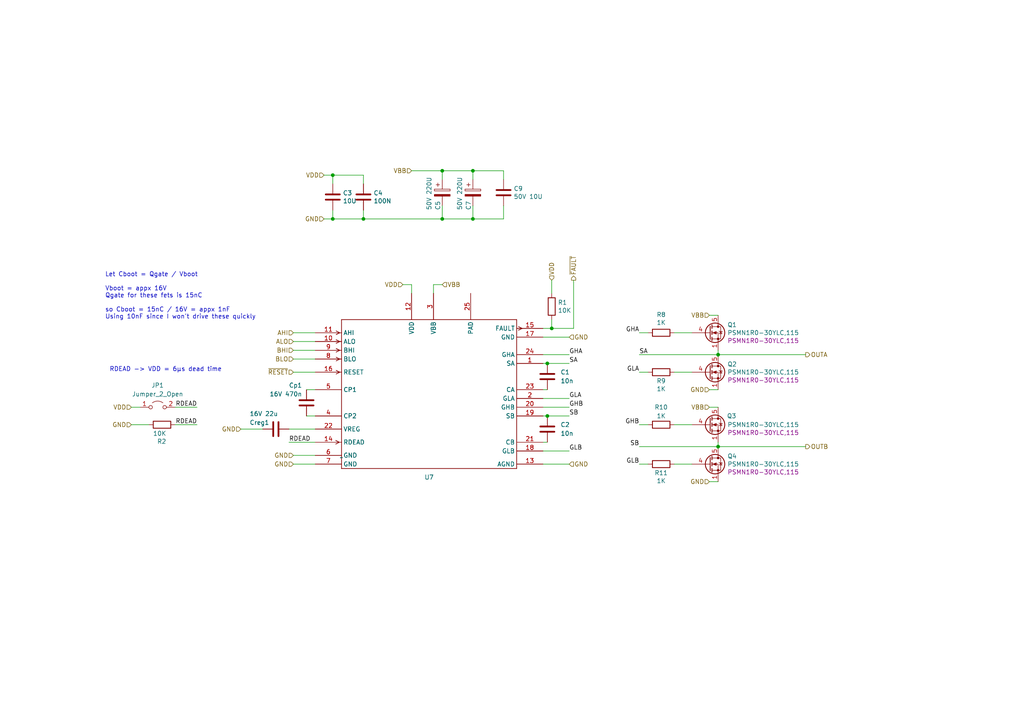
<source format=kicad_sch>
(kicad_sch (version 20230121) (generator eeschema)
  (paper "A4")
  (lib_symbols
    (symbol "DMATS_capstone:A4957"
      (property "Reference" "U" (at 1.27 45.085 0))
      (symbol "A4957_0_1"
        (polyline (pts (xy -0.635 7.62) (xy -1.6764 7.0993)) (stroke (width 0.2032)))
        (polyline (pts (xy -0.635 7.62) (xy -1.6764 8.1407)) (stroke (width 0.2032)))
        (polyline (pts (xy -0.5207 27.94) (xy -1.5621 27.4193)) (stroke (width 0.2032)))
        (polyline (pts (xy -0.5207 27.94) (xy -1.5621 28.4607)) (stroke (width 0.2032)))
        (polyline (pts (xy -0.5207 31.75) (xy -1.5621 31.2293)) (stroke (width 0.2032)))
        (polyline (pts (xy -0.5207 31.75) (xy -1.5621 32.2707)) (stroke (width 0.2032)))
        (polyline (pts (xy -0.5207 34.29) (xy -1.5621 33.7693)) (stroke (width 0.2032)))
        (polyline (pts (xy -0.5207 34.29) (xy -1.5621 34.8107)) (stroke (width 0.2032)))
        (polyline (pts (xy -0.5207 36.83) (xy -1.5621 36.3093)) (stroke (width 0.2032)))
        (polyline (pts (xy -0.5207 36.83) (xy -1.5621 37.3507)) (stroke (width 0.2032)))
        (polyline (pts (xy -0.5207 39.37) (xy -1.5621 38.8493)) (stroke (width 0.2032)))
        (polyline (pts (xy -0.5207 39.37) (xy -1.5621 39.8907)) (stroke (width 0.2032)))
        (polyline (pts (xy 0 0) (xy 50.8 0)) (stroke (width 0.2032)))
        (polyline (pts (xy 0 43.18) (xy 0 0)) (stroke (width 0.2032)))
        (polyline (pts (xy 50.8 0) (xy 50.8 43.18)) (stroke (width 0.2032)))
        (polyline (pts (xy 50.8 43.18) (xy 0 43.18)) (stroke (width 0.2032)))
        (polyline (pts (xy 51.3207 40.1193) (xy 52.3621 40.64)) (stroke (width 0.2032)))
        (polyline (pts (xy 51.3207 41.1607) (xy 52.3621 40.64)) (stroke (width 0.2032)))
        (pin unspecified line (at 58.42 30.48 180) (length 7.62) (name "SA") (number "1"))
        (pin input line (at -7.62 36.83 0) (length 7.62) (name "ALO") (number "10"))
        (pin power_in line (at 20.32 50.8 270) (length 7.62) (name "VDD") (number "12"))
        (pin power_in line (at 58.42 1.27 180) (length 7.62) (name "AGND") (number "13"))
        (pin input line (at -7.62 7.62 0) (length 7.62) (name "RDEAD") (number "14"))
        (pin output line (at 58.42 40.64 180) (length 7.62) (name "FAULT") (number "15"))
        (pin input line (at -7.62 27.94 0) (length 7.62) (name "RESET") (number "16"))
        (pin power_in line (at 58.42 38.1 180) (length 7.62) (name "GND") (number "17"))
        (pin unspecified line (at 58.42 5.08 180) (length 7.62) (name "GLB") (number "18"))
        (pin unspecified line (at 58.42 15.24 180) (length 7.62) (name "SB") (number "19"))
        (pin unspecified line (at 58.42 20.32 180) (length 7.62) (name "GLA") (number "2"))
        (pin unspecified line (at 58.42 17.78 180) (length 7.62) (name "GHB") (number "20"))
        (pin unspecified line (at 58.42 7.62 180) (length 7.62) (name "CB") (number "21"))
        (pin unspecified line (at -7.62 11.43 0) (length 7.62) (name "VREG") (number "22"))
        (pin unspecified line (at 58.42 22.86 180) (length 7.62) (name "CA") (number "23"))
        (pin unspecified line (at 58.42 33.02 180) (length 7.62) (name "GHA") (number "24"))
        (pin power_in line (at 26.67 50.8 270) (length 7.62) (name "VBB") (number "3"))
        (pin unspecified line (at -7.62 15.24 0) (length 7.62) (name "CP2") (number "4"))
        (pin unspecified line (at -7.62 22.86 0) (length 7.62) (name "CP1") (number "5"))
        (pin power_in line (at -7.62 3.81 0) (length 7.62) (name "GND") (number "6"))
        (pin power_in line (at -7.62 1.27 0) (length 7.62) (name "GND") (number "7"))
        (pin input line (at -7.62 31.75 0) (length 7.62) (name "BLO") (number "8"))
        (pin input line (at -7.62 34.29 0) (length 7.62) (name "BHI") (number "9"))
      )
      (symbol "A4957_1_1"
        (pin input line (at -7.62 39.37 0) (length 7.62) (name "AHI") (number "11"))
        (pin unspecified line (at 37.465 50.8 270) (length 7.62) (name "PAD") (number "25"))
      )
    )
    (symbol "Device:C" (pin_numbers hide) (pin_names (offset 0.254))
      (property "Reference" "C" (at 0.635 2.54 0))
      (property "Value" "C" (at 0.635 -2.54 0))
      (symbol "C_0_1"
        (polyline (pts (xy -2.032 -0.762) (xy 2.032 -0.762)) (stroke (width 0.508)))
        (polyline (pts (xy -2.032 0.762) (xy 2.032 0.762)) (stroke (width 0.508)))
      )
      (symbol "C_1_1"
        (pin passive line (at 0 3.81 270) (length 2.794) (name "~") (number "1"))
        (pin passive line (at 0 -3.81 90) (length 2.794) (name "~") (number "2"))
      )
    )
    (symbol "Device:CP" (pin_numbers hide) (pin_names (offset 0.254))
      (property "Reference" "C" (at 0.635 2.54 0))
      (property "Value" "Device_CP" (at 0.635 -2.54 0))
      (symbol "CP_0_1"
        (rectangle (start -2.286 0.508) (end 2.286 1.016))
        (polyline (pts (xy -1.778 2.286) (xy -0.762 2.286)))
        (polyline (pts (xy -1.27 2.794) (xy -1.27 1.778)))
        (rectangle (start 2.286 -0.508) (end -2.286 -1.016) (fill (type outline)))
      )
      (symbol "CP_1_1"
        (pin passive line (at 0 3.81 270) (length 2.794) (name "~") (number "1"))
        (pin passive line (at 0 -3.81 90) (length 2.794) (name "~") (number "2"))
      )
    )
    (symbol "Device:R" (pin_numbers hide) (pin_names (offset 0))
      (property "Reference" "R" (at 2.032 0 90))
      (property "Value" "R" (at 0 0 90))
      (symbol "R_0_1"
        (rectangle (start -1.016 -2.54) (end 1.016 2.54) (stroke (width 0.254)))
      )
      (symbol "R_1_1"
        (pin passive line (at 0 3.81 270) (length 1.27) (name "~") (number "1"))
        (pin passive line (at 0 -3.81 90) (length 1.27) (name "~") (number "2"))
      )
    )
    (symbol "Jumper:Jumper_2_Open" (pin_names (offset 0) hide)
      (property "Reference" "JP" (at 0 2.794 0))
      (property "Value" "Jumper_2_Open" (at 0 -2.286 0))
      (symbol "Jumper_2_Open_0_0"
        (circle (center -2.032 0) (radius 0.508))
        (circle (center 2.032 0) (radius 0.508))
      )
      (symbol "Jumper_2_Open_0_1"
        (arc (start 1.524 1.27) (mid 0 1.778) (end -1.524 1.27))
      )
      (symbol "Jumper_2_Open_1_1"
        (pin passive line (at -5.08 0 0) (length 2.54) (name "A") (number "1"))
        (pin passive line (at 5.08 0 180) (length 2.54) (name "B") (number "2"))
      )
    )
    (symbol "william_fets:PSMN1R0-30YLC,115" (pin_names (offset 0) hide)
      (property "Reference" "Q" (at 5.08 1.27 0))
      (property "Value" "william_fets_PSMN1R0-30YLC,115" (at 5.08 -1.27 0))
      (symbol "PSMN1R0-30YLC,115_0_1"
        (polyline (pts (xy 0.0508 0) (xy 0.254 0)))
        (polyline (pts (xy 0.762 -1.778) (xy 2.54 -1.778)))
        (polyline (pts (xy 0.762 -1.27) (xy 0.762 -2.286)) (stroke (width 0.254)))
        (polyline (pts (xy 0.762 0) (xy 2.54 0)))
        (polyline (pts (xy 0.762 0.508) (xy 0.762 -0.508)) (stroke (width 0.254)))
        (polyline (pts (xy 0.762 1.778) (xy 2.54 1.778)))
        (polyline (pts (xy 0.762 2.286) (xy 0.762 1.27)) (stroke (width 0.254)))
        (polyline (pts (xy 2.54 -1.778) (xy 2.54 -2.54)))
        (polyline (pts (xy 2.54 -1.778) (xy 2.54 0)))
        (polyline (pts (xy 2.54 2.54) (xy 2.54 1.778)))
        (polyline (pts (xy 0.254 1.905) (xy 0.254 -1.905) (xy 0.254 -1.905)) (stroke (width 0.254)))
        (polyline (pts (xy 1.016 0) (xy 2.032 0.381) (xy 2.032 -0.381) (xy 1.016 0)) (fill (type outline)))
        (polyline (pts (xy 2.54 -1.778) (xy 3.302 -1.778) (xy 3.302 1.778) (xy 2.54 1.778)))
        (polyline (pts (xy 2.794 0.508) (xy 2.921 0.381) (xy 3.683 0.381) (xy 3.81 0.254)))
        (polyline (pts (xy 3.302 0.381) (xy 2.921 -0.254) (xy 3.683 -0.254) (xy 3.302 0.381)))
        (circle (center 1.651 0) (radius 2.8194) (stroke (width 0.254)))
        (circle (center 2.54 -1.778) (radius 0.2794) (fill (type outline)))
        (circle (center 2.54 1.778) (radius 0.2794) (fill (type outline)))
      )
      (symbol "PSMN1R0-30YLC,115_1_1"
        (pin passive line (at 2.54 -5.08 90) (length 2.54) (name "S") (number "1"))
        (pin passive line (at 2.54 -5.08 90) (length 2.54) hide (name "S") (number "2"))
        (pin passive line (at 2.54 -5.08 90) (length 2.54) hide (name "S") (number "3"))
        (pin input line (at -5.08 0 0) (length 5.08) (name "G") (number "4"))
        (pin passive line (at 2.54 5.08 270) (length 2.54) (name "D") (number "5"))
      )
    )
  )
  (junction (at 158.75 120.65))
  (junction (at 208.28 102.87))
  (junction (at 96.52 50.8))
  (junction (at 208.28 129.54))
  (junction (at 128.27 49.53))
  (junction (at 137.16 63.5))
  (junction (at 137.16 49.53))
  (junction (at 128.27 63.5))
  (junction (at 158.75 105.41))
  (junction (at 105.41 63.5))
  (junction (at 96.52 63.5))
  (junction (at 160.02 95.25))
  (wire (pts (xy 96.52 63.5) (xy 105.41 63.5)))
  (wire (pts (xy 85.09 134.62) (xy 91.44 134.62)))
  (wire (pts (xy 137.16 52.07) (xy 137.16 49.53)))
  (wire (pts (xy 50.8 123.19) (xy 57.15 123.19)))
  (wire (pts (xy 146.05 63.5) (xy 146.05 59.69)))
  (wire (pts (xy 185.42 129.54) (xy 208.28 129.54)))
  (wire (pts (xy 185.42 107.95) (xy 187.96 107.95)))
  (wire (pts (xy 85.09 104.14) (xy 91.44 104.14)))
  (wire (pts (xy 157.48 115.57) (xy 165.1 115.57)))
  (wire (pts (xy 105.41 53.34) (xy 105.41 50.8)))
  (wire (pts (xy 208.28 128.27) (xy 208.28 129.54)))
  (wire (pts (xy 185.42 96.52) (xy 187.96 96.52)))
  (wire (pts (xy 137.16 59.69) (xy 137.16 63.5)))
  (wire (pts (xy 195.58 123.19) (xy 200.66 123.19)))
  (wire (pts (xy 137.16 63.5) (xy 146.05 63.5)))
  (wire (pts (xy 160.02 81.28) (xy 160.02 85.09)))
  (wire (pts (xy 85.09 107.95) (xy 91.44 107.95)))
  (wire (pts (xy 160.02 95.25) (xy 157.48 95.25)))
  (wire (pts (xy 157.48 134.62) (xy 165.1 134.62)))
  (wire (pts (xy 96.52 50.8) (xy 93.98 50.8)))
  (wire (pts (xy 157.48 130.81) (xy 165.1 130.81)))
  (wire (pts (xy 185.42 102.87) (xy 208.28 102.87)))
  (wire (pts (xy 137.16 49.53) (xy 128.27 49.53)))
  (wire (pts (xy 157.48 102.87) (xy 165.1 102.87)))
  (wire (pts (xy 160.02 95.25) (xy 166.37 95.25)))
  (wire (pts (xy 85.09 99.06) (xy 91.44 99.06)))
  (wire (pts (xy 125.73 82.55) (xy 125.73 85.09)))
  (wire (pts (xy 76.2 124.46) (xy 69.85 124.46)))
  (wire (pts (xy 166.37 81.28) (xy 166.37 95.25)))
  (wire (pts (xy 96.52 60.96) (xy 96.52 63.5)))
  (wire (pts (xy 105.41 50.8) (xy 96.52 50.8)))
  (wire (pts (xy 158.75 120.65) (xy 165.1 120.65)))
  (wire (pts (xy 93.98 63.5) (xy 96.52 63.5)))
  (wire (pts (xy 105.41 63.5) (xy 105.41 60.96)))
  (wire (pts (xy 158.75 105.41) (xy 165.1 105.41)))
  (wire (pts (xy 205.74 118.11) (xy 208.28 118.11)))
  (wire (pts (xy 128.27 82.55) (xy 125.73 82.55)))
  (wire (pts (xy 205.74 139.7) (xy 208.28 139.7)))
  (wire (pts (xy 195.58 134.62) (xy 200.66 134.62)))
  (wire (pts (xy 83.82 128.27) (xy 91.44 128.27)))
  (wire (pts (xy 85.09 132.08) (xy 91.44 132.08)))
  (wire (pts (xy 128.27 63.5) (xy 137.16 63.5)))
  (wire (pts (xy 208.28 129.54) (xy 233.68 129.54)))
  (wire (pts (xy 91.44 113.03) (xy 88.9 113.03)))
  (wire (pts (xy 119.38 82.55) (xy 119.38 85.09)))
  (wire (pts (xy 208.28 101.6) (xy 208.28 102.87)))
  (wire (pts (xy 157.48 120.65) (xy 158.75 120.65)))
  (wire (pts (xy 85.09 101.6) (xy 91.44 101.6)))
  (wire (pts (xy 205.74 91.44) (xy 208.28 91.44)))
  (wire (pts (xy 91.44 120.65) (xy 88.9 120.65)))
  (wire (pts (xy 208.28 102.87) (xy 233.68 102.87)))
  (wire (pts (xy 128.27 59.69) (xy 128.27 63.5)))
  (wire (pts (xy 157.48 105.41) (xy 158.75 105.41)))
  (wire (pts (xy 96.52 53.34) (xy 96.52 50.8)))
  (wire (pts (xy 195.58 96.52) (xy 200.66 96.52)))
  (wire (pts (xy 146.05 52.07) (xy 146.05 49.53)))
  (wire (pts (xy 38.1 123.19) (xy 43.18 123.19)))
  (wire (pts (xy 157.48 113.03) (xy 158.75 113.03)))
  (wire (pts (xy 146.05 49.53) (xy 137.16 49.53)))
  (wire (pts (xy 157.48 128.27) (xy 158.75 128.27)))
  (wire (pts (xy 195.58 107.95) (xy 200.66 107.95)))
  (wire (pts (xy 165.1 97.79) (xy 157.48 97.79)))
  (wire (pts (xy 85.09 96.52) (xy 91.44 96.52)))
  (wire (pts (xy 38.1 118.11) (xy 40.64 118.11)))
  (wire (pts (xy 105.41 63.5) (xy 128.27 63.5)))
  (wire (pts (xy 116.84 82.55) (xy 119.38 82.55)))
  (wire (pts (xy 205.74 113.03) (xy 208.28 113.03)))
  (wire (pts (xy 83.82 124.46) (xy 91.44 124.46)))
  (wire (pts (xy 185.42 123.19) (xy 187.96 123.19)))
  (wire (pts (xy 185.42 134.62) (xy 187.96 134.62)))
  (wire (pts (xy 50.8 118.11) (xy 57.15 118.11)))
  (wire (pts (xy 128.27 52.07) (xy 128.27 49.53)))
  (wire (pts (xy 160.02 92.71) (xy 160.02 95.25)))
  (wire (pts (xy 157.48 118.11) (xy 165.1 118.11)))
  (wire (pts (xy 128.27 49.53) (xy 119.38 49.53)))
  (text "Let Cboot = Qgate / Vboot\n\nVboot = appx 16V\nQgate for these fets is 15nC\n\nso Cboot = 15nC / 16V = appx 1nF\nUsing 10nF since I won't drive these quickly" (at 30.48 92.71 0) (effects (font (size 1.27 1.27)) (justify left bottom)))
  (text "RDEAD -> VDD = 6µs dead time" (at 31.75 107.95 0) (effects (font (size 1.27 1.27)) (justify left bottom)))
  (label "GHA" (at 185.42 96.52 180))
  (label "GHB" (at 165.1 118.11 0))
  (label "RDEAD" (at 57.15 118.11 180))
  (label "GLB" (at 185.42 134.62 180))
  (label "SA" (at 185.42 102.87 0))
  (label "RDEAD" (at 57.15 123.19 180))
  (label "GHB" (at 185.42 123.19 180))
  (label "GLA" (at 185.42 107.95 180))
  (label "GHA" (at 165.1 102.87 0))
  (label "RDEAD" (at 83.82 128.27 0))
  (label "SB" (at 185.42 129.54 180))
  (label "SB" (at 165.1 120.65 0))
  (label "SA" (at 165.1 105.41 0))
  (label "GLA" (at 165.1 115.57 0))
  (label "GLB" (at 165.1 130.81 0))
  (hierarchical_label "VDD" (shape input) (at 160.02 81.28 90))
  (hierarchical_label "GND" (shape input) (at 165.1 134.62 0))
  (hierarchical_label "OUTB" (shape output) (at 233.68 129.54 0))
  (hierarchical_label "GND" (shape input) (at 85.09 134.62 180))
  (hierarchical_label "AHI" (shape input) (at 85.09 96.52 180))
  (hierarchical_label "VBB" (shape input) (at 205.74 91.44 180))
  (hierarchical_label "OUTA" (shape output) (at 233.68 102.87 0))
  (hierarchical_label "GND" (shape input) (at 69.85 124.46 180))
  (hierarchical_label "GND" (shape input) (at 165.1 97.79 0))
  (hierarchical_label "BLO" (shape input) (at 85.09 104.14 180))
  (hierarchical_label "VBB" (shape input) (at 119.38 49.53 180))
  (hierarchical_label "BHI" (shape input) (at 85.09 101.6 180))
  (hierarchical_label "~{RESET}" (shape input) (at 85.09 107.95 180))
  (hierarchical_label "GND" (shape input) (at 93.98 63.5 180))
  (hierarchical_label "VBB" (shape input) (at 205.74 118.11 180))
  (hierarchical_label "VDD" (shape input) (at 38.1 118.11 180))
  (hierarchical_label "VDD" (shape input) (at 116.84 82.55 180))
  (hierarchical_label "VBB" (shape input) (at 128.27 82.55 0))
  (hierarchical_label "GND" (shape input) (at 85.09 132.08 180))
  (hierarchical_label "~{FAULT}" (shape output) (at 166.37 81.28 90))
  (hierarchical_label "GND" (shape input) (at 205.74 113.03 180))
  (hierarchical_label "GND" (shape input) (at 205.74 139.7 180))
  (hierarchical_label "GND" (shape input) (at 38.1 123.19 180))
  (hierarchical_label "VDD" (shape input) (at 93.98 50.8 180))
  (hierarchical_label "ALO" (shape input) (at 85.09 99.06 180))
  (symbol (lib_id "Device:C") (at 96.52 57.15 0) (mirror y) (unit 1)
    (property "Reference" "C3" (at 99.441 55.9816 0) (effects (justify right)))
    (property "Value" "10U" (at 99.441 58.293 0) (effects (justify right)))
    (property "Footprint" "Capacitor_SMD:C_0805_2012Metric" (effects hide))
  )
  (symbol (lib_id "Device:C") (at 105.41 57.15 0) (mirror y) (unit 1)
    (property "Reference" "C4" (at 108.331 55.9816 0) (effects (justify right)))
    (property "Value" "100N" (at 108.331 58.293 0) (effects (justify right)))
    (property "Footprint" "Capacitor_SMD:C_0603_1608Metric" (effects hide))
  )
  (symbol (lib_id "Device:R") (at 191.77 107.95 90) (mirror x) (unit 1)
    (property "Reference" "R9" (at 191.77 110.49 90))
    (property "Value" "1K" (at 191.77 112.8014 90))
    (property "Footprint" "Resistor_SMD:R_0603_1608Metric" (effects hide))
  )
  (symbol (lib_id "Device:R") (at 191.77 96.52 90) (mirror x) (unit 1)
    (property "Reference" "R8" (at 191.77 91.2622 90))
    (property "Value" "1K" (at 191.77 93.5736 90))
    (property "Footprint" "Resistor_SMD:R_0603_1608Metric" (effects hide))
  )
  (symbol (lib_id "Device:R") (at 191.77 134.62 90) (mirror x) (unit 1)
    (property "Reference" "R11" (at 191.77 137.16 90))
    (property "Value" "1K" (at 191.77 139.4714 90))
    (property "Footprint" "Resistor_SMD:R_0603_1608Metric" (effects hide))
  )
  (symbol (lib_id "Device:R") (at 191.77 123.19 90) (mirror x) (unit 1)
    (property "Reference" "R10" (at 191.77 118.11 90))
    (property "Value" "1K" (at 191.77 120.65 90))
    (property "Footprint" "Resistor_SMD:R_0603_1608Metric" (effects hide))
  )
  (symbol (lib_id "Device:C") (at 146.05 55.88 0) (unit 1)
    (property "Reference" "C9" (at 148.971 54.7116 0) (effects (justify left)))
    (property "Value" "50V 10U" (at 148.971 57.023 0) (effects (justify left)))
    (property "Footprint" "Capacitor_SMD:C_0805_2012Metric" (effects hide))
  )
  (symbol (lib_id "Device:CP") (at 128.27 55.88 0) (unit 1)
    (property "Reference" "C5" (at 127 60.96 90) (effects (justify left)))
    (property "Value" "50V 220U" (at 124.46 60.96 90) (effects (justify left)))
    (property "Footprint" "Capacitor_SMD:CP_Elec_10x10" (effects hide))
  )
  (symbol (lib_id "Device:CP") (at 137.16 55.88 0) (unit 1)
    (property "Reference" "C7" (at 135.89 60.96 90) (effects (justify left)))
    (property "Value" "50V 220U" (at 133.35 60.96 90) (effects (justify left)))
    (property "Footprint" "Capacitor_SMD:CP_Elec_10x10" (effects hide))
  )
  (symbol (lib_id "william_fets:PSMN1R0-30YLC,115") (at 205.74 96.52 0) (unit 1)
    (property "Reference" "Q1" (at 210.9724 94.2086 0) (effects (justify left)))
    (property "Value" "PSMN1R0-30YLC,115" (at 210.9724 96.52 0) (effects (justify left)))
    (property "Footprint" "Package_TO_SOT_SMD:LFPAK56" (effects hide))
    (property "Datasheet" "https://assets.nexperia.com/documents/data-sheet/PSMN1R0-30YLC.pdf" (effects hide))
    (property "MPN" "PSMN1R0-30YLC,115" (at 210.9724 98.8314 0) (effects (justify left)))
  )
  (symbol (lib_id "william_fets:PSMN1R0-30YLC,115") (at 205.74 107.95 0) (unit 1)
    (property "Reference" "Q2" (at 210.9724 105.6386 0) (effects (justify left)))
    (property "Value" "PSMN1R0-30YLC,115" (at 210.9724 107.95 0) (effects (justify left)))
    (property "Footprint" "Package_TO_SOT_SMD:LFPAK56" (effects hide))
    (property "Datasheet" "https://assets.nexperia.com/documents/data-sheet/PSMN1R0-30YLC.pdf" (effects hide))
    (property "MPN" "PSMN1R0-30YLC,115" (at 210.9724 110.2614 0) (effects (justify left)))
  )
  (symbol (lib_id "william_fets:PSMN1R0-30YLC,115") (at 205.74 123.19 0) (unit 1)
    (property "Reference" "Q3" (at 210.82 120.65 0) (effects (justify left)))
    (property "Value" "PSMN1R0-30YLC,115" (at 210.9724 123.19 0) (effects (justify left)))
    (property "Footprint" "Package_TO_SOT_SMD:LFPAK56" (effects hide))
    (property "Datasheet" "https://assets.nexperia.com/documents/data-sheet/PSMN1R0-30YLC.pdf" (effects hide))
    (property "MPN" "PSMN1R0-30YLC,115" (at 210.9724 125.5014 0) (effects (justify left)))
  )
  (symbol (lib_id "william_fets:PSMN1R0-30YLC,115") (at 205.74 134.62 0) (unit 1)
    (property "Reference" "Q4" (at 210.9724 132.3086 0) (effects (justify left)))
    (property "Value" "PSMN1R0-30YLC,115" (at 210.9724 134.62 0) (effects (justify left)))
    (property "Footprint" "Package_TO_SOT_SMD:LFPAK56" (effects hide))
    (property "Datasheet" "https://assets.nexperia.com/documents/data-sheet/PSMN1R0-30YLC.pdf" (effects hide))
    (property "MPN" "PSMN1R0-30YLC,115" (at 210.9724 136.9314 0) (effects (justify left)))
  )
  (symbol (lib_id "Device:C") (at 158.75 124.46 0) (unit 1)
    (property "Reference" "C2" (at 162.56 123.19 0) (effects (justify left)))
    (property "Value" "10n" (at 162.56 125.73 0) (effects (justify left)))
    (property "Footprint" "Capacitor_SMD:C_0603_1608Metric" (effects hide))
  )
  (symbol (lib_id "Jumper:Jumper_2_Open") (at 45.72 118.11 0) (unit 1)
    (property "Reference" "JP1" (at 45.72 111.76 0))
    (property "Value" "Jumper_2_Open" (at 45.72 114.3 0))
    (property "Footprint" "Resistor_SMD:R_0402_1005Metric_Pad0.72x0.64mm_HandSolder" (effects hide))
  )
  (symbol (lib_id "Device:R") (at 46.99 123.19 90) (unit 1)
    (property "Reference" "R2" (at 48.26 128.0414 90) (effects (justify left)))
    (property "Value" "10K" (at 48.26 125.73 90) (effects (justify left)))
    (property "Footprint" "Resistor_SMD:R_0603_1608Metric" (effects hide))
  )
  (symbol (lib_id "Device:C") (at 88.9 116.84 0) (mirror x) (unit 1)
    (property "Reference" "Cp1" (at 87.63 111.76 0) (effects (justify right)))
    (property "Value" "16V 470n" (at 87.63 114.3 0) (effects (justify right)))
    (property "Footprint" "Capacitor_SMD:C_0805_2012Metric" (effects hide))
  )
  (symbol (lib_id "Device:R") (at 160.02 88.9 0) (unit 1)
    (property "Reference" "R1" (at 161.798 87.7316 0) (effects (justify left)))
    (property "Value" "10K" (at 161.798 90.043 0) (effects (justify left)))
    (property "Footprint" "Resistor_SMD:R_0603_1608Metric" (effects hide))
  )
  (symbol (lib_id "DMATS_capstone:A4957") (at 99.06 135.89 0) (unit 1)
    (property "Reference" "U7" (at 124.46 138.43 0))
    (property "Value" "~" (at 99.06 132.715 0))
    (property "Footprint" "DMATS_capstone:QFN-24_ALM" (effects hide))
  )
  (symbol (lib_id "Device:C") (at 158.75 109.22 0) (unit 1)
    (property "Reference" "C1" (at 162.56 107.95 0) (effects (justify left)))
    (property "Value" "10n" (at 162.56 110.49 0) (effects (justify left)))
    (property "Footprint" "Capacitor_SMD:C_0603_1608Metric" (effects hide))
  )
  (symbol (lib_id "Device:C") (at 80.01 124.46 270) (mirror x) (unit 1)
    (property "Reference" "Creg1" (at 78.105 122.555 90) (effects (justify right)))
    (property "Value" "16V 22u" (at 80.645 120.015 90) (effects (justify right)))
    (property "Footprint" "Capacitor_SMD:C_0805_2012Metric" (effects hide))
  )
)
</source>
